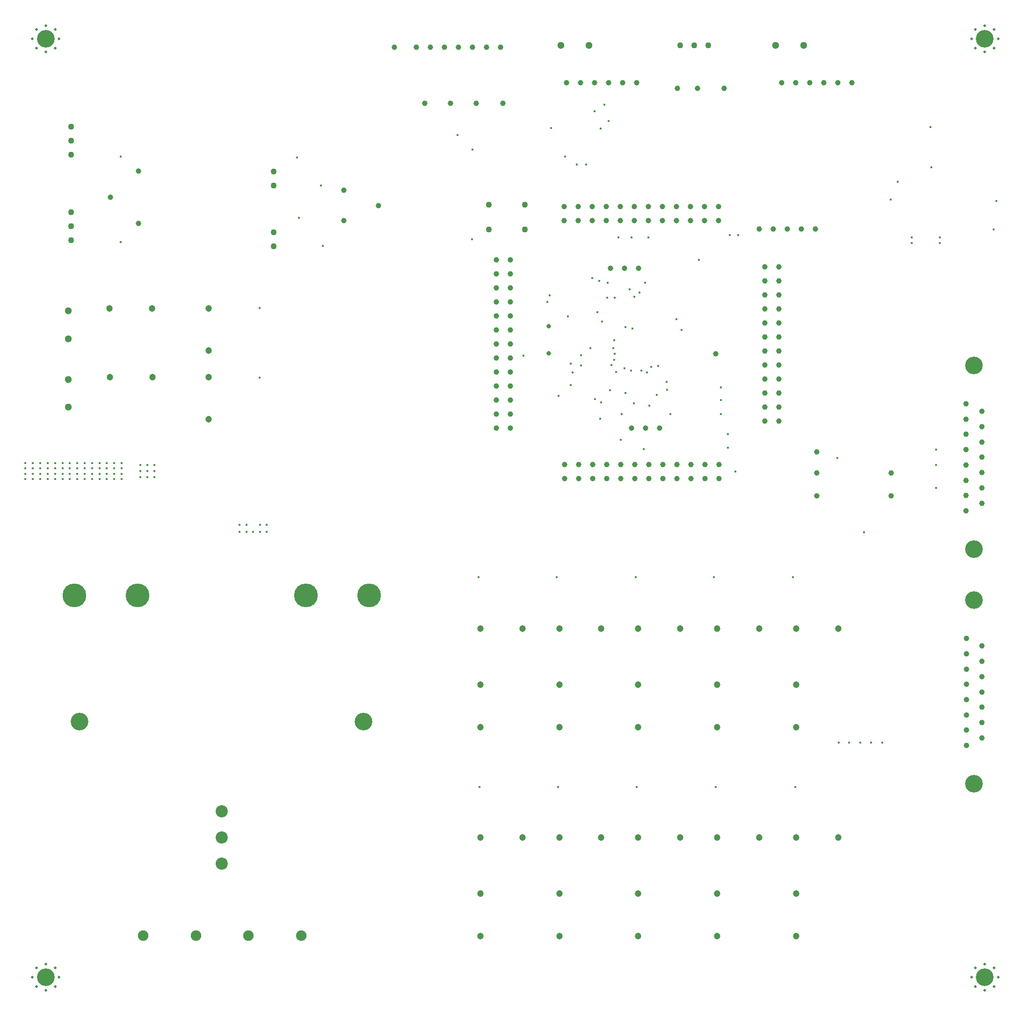
<source format=gbr>
%TF.GenerationSoftware,KiCad,Pcbnew,8.0.7*%
%TF.CreationDate,2025-04-19T18:33:49+07:00*%
%TF.ProjectId,Tractor VCU,54726163-746f-4722-9056-43552e6b6963,rev?*%
%TF.SameCoordinates,Original*%
%TF.FileFunction,Plated,1,4,PTH,Drill*%
%TF.FilePolarity,Positive*%
%FSLAX46Y46*%
G04 Gerber Fmt 4.6, Leading zero omitted, Abs format (unit mm)*
G04 Created by KiCad (PCBNEW 8.0.7) date 2025-04-19 18:33:49*
%MOMM*%
%LPD*%
G01*
G04 APERTURE LIST*
%TA.AperFunction,ViaDrill*%
%ADD10C,0.400000*%
%TD*%
%TA.AperFunction,ComponentDrill*%
%ADD11C,0.500000*%
%TD*%
%TA.AperFunction,ComponentDrill*%
%ADD12C,0.800000*%
%TD*%
%TA.AperFunction,ComponentDrill*%
%ADD13C,1.000000*%
%TD*%
%TA.AperFunction,ComponentDrill*%
%ADD14C,1.090000*%
%TD*%
%TA.AperFunction,ComponentDrill*%
%ADD15C,1.100000*%
%TD*%
%TA.AperFunction,ComponentDrill*%
%ADD16C,1.200000*%
%TD*%
%TA.AperFunction,ComponentDrill*%
%ADD17C,1.300000*%
%TD*%
%TA.AperFunction,ComponentDrill*%
%ADD18C,1.900000*%
%TD*%
%TA.AperFunction,ComponentDrill*%
%ADD19C,2.200000*%
%TD*%
%TA.AperFunction,ComponentDrill*%
%ADD20C,3.200000*%
%TD*%
%TA.AperFunction,ComponentDrill*%
%ADD21C,4.300000*%
%TD*%
G04 APERTURE END LIST*
D10*
X108204000Y-140462000D03*
X108204000Y-141435666D03*
X108204000Y-142409332D03*
X108204000Y-143383000D03*
X109542384Y-140462000D03*
X109542384Y-141435666D03*
X109542384Y-142409332D03*
X109542384Y-143383000D03*
X110880768Y-140462000D03*
X110880768Y-141435666D03*
X110880768Y-142409332D03*
X110880768Y-143383000D03*
X112219152Y-140462000D03*
X112219152Y-141435666D03*
X112219152Y-142409332D03*
X112219152Y-143383000D03*
X113557536Y-140462000D03*
X113557536Y-141435666D03*
X113557536Y-142409332D03*
X113557536Y-143383000D03*
X114895920Y-140462000D03*
X114895920Y-141435666D03*
X114895920Y-142409332D03*
X114895920Y-143383000D03*
X116234304Y-140462000D03*
X116234304Y-141435666D03*
X116234304Y-142409332D03*
X116234304Y-143383000D03*
X117572688Y-140462000D03*
X117572688Y-141435666D03*
X117572688Y-142409332D03*
X117572688Y-143383000D03*
X118911072Y-140462000D03*
X118911072Y-141435666D03*
X118911072Y-142409332D03*
X118911072Y-143383000D03*
X120249456Y-140462000D03*
X120249456Y-141435666D03*
X120249456Y-142409332D03*
X120249456Y-143383000D03*
X121587840Y-140462000D03*
X121587840Y-141435666D03*
X121587840Y-142409332D03*
X121587840Y-143383000D03*
X122926224Y-140462000D03*
X122926224Y-141435666D03*
X122926224Y-142409332D03*
X122926224Y-143383000D03*
X124264608Y-140462000D03*
X124264608Y-141435666D03*
X124264608Y-142409332D03*
X124264608Y-143383000D03*
X125476000Y-84939500D03*
X125476000Y-100456999D03*
X125603000Y-140462000D03*
X125603000Y-141435666D03*
X125603000Y-142409332D03*
X125603000Y-143383000D03*
X129032000Y-140843000D03*
X129032000Y-141922500D03*
X129032000Y-143002000D03*
X130302000Y-140843000D03*
X130302000Y-141922500D03*
X130302000Y-143002000D03*
X131572000Y-140843000D03*
X131572000Y-141922500D03*
X131572000Y-143002000D03*
X146939000Y-151638000D03*
X146939000Y-152908000D03*
X148177250Y-152908000D03*
X148209000Y-151638000D03*
X149415500Y-152908000D03*
X150622000Y-112395000D03*
X150622000Y-124968000D03*
X150653750Y-151638000D03*
X150653750Y-152908000D03*
X151892000Y-151638000D03*
X151892000Y-152908000D03*
X157353000Y-85090000D03*
X157734000Y-96012000D03*
X161671000Y-90170000D03*
X162052000Y-101092000D03*
X186436000Y-81026000D03*
X189051000Y-99949000D03*
X189103000Y-83693000D03*
X190246000Y-161163000D03*
X190373000Y-199136000D03*
X198323200Y-121005600D03*
X202692000Y-111252000D03*
X203073000Y-110109000D03*
X203327000Y-79756000D03*
X204343000Y-161163000D03*
X204597000Y-199136000D03*
X204724000Y-128270000D03*
X205867000Y-84963000D03*
X206375000Y-113919000D03*
X206883000Y-122428000D03*
X206883000Y-126350000D03*
X207264000Y-124079000D03*
X207975200Y-86360000D03*
X208788000Y-120904000D03*
X208788000Y-122809000D03*
X209702400Y-86360000D03*
X210439000Y-119634000D03*
X210820000Y-106934000D03*
X211200999Y-76708000D03*
X211328000Y-128905000D03*
X211709000Y-113157000D03*
X212090000Y-107442000D03*
X212217000Y-132461000D03*
X212344000Y-79883000D03*
X212394800Y-129489200D03*
X212598000Y-114808000D03*
X212979000Y-75565000D03*
X213487000Y-110490000D03*
X213614000Y-107823000D03*
X213741000Y-78486000D03*
X213995000Y-127254000D03*
X214249000Y-122682000D03*
X214630000Y-119634000D03*
X214757000Y-118237000D03*
X214757000Y-121793000D03*
X214884000Y-110490000D03*
X214884000Y-120650000D03*
X215138000Y-123952000D03*
X215519000Y-99568000D03*
X215940000Y-136271000D03*
X216154000Y-131572000D03*
X216662000Y-123317000D03*
X216789000Y-115824000D03*
X216789000Y-127762000D03*
X217551000Y-108966000D03*
X217805000Y-123698000D03*
X217932000Y-99568000D03*
X218059000Y-116078000D03*
X218313000Y-129667000D03*
X218440000Y-110363000D03*
X218694000Y-161163000D03*
X218821000Y-199136000D03*
X219344000Y-109601000D03*
X219710000Y-123698000D03*
X220091000Y-137922000D03*
X220345000Y-107823000D03*
X220726000Y-124079000D03*
X220980000Y-99568000D03*
X221119700Y-130060700D03*
X221488000Y-123063000D03*
X222504000Y-128143000D03*
X222755218Y-122855986D03*
X224282000Y-125730000D03*
X224313980Y-127141312D03*
X224917000Y-131572000D03*
X226060000Y-114427000D03*
X226949000Y-116332000D03*
X230124000Y-103632000D03*
X232791000Y-161163000D03*
X233172000Y-199136000D03*
X234061000Y-126746000D03*
X234061000Y-129032000D03*
X234061000Y-131572000D03*
X235331000Y-135255000D03*
X235331000Y-137668000D03*
X235712000Y-99187000D03*
X236728000Y-141986000D03*
X237236000Y-99187000D03*
X247142000Y-161163000D03*
X247523000Y-199136000D03*
X255143000Y-139573000D03*
X255397000Y-191135000D03*
X257302000Y-191135000D03*
X259334000Y-191135000D03*
X259969000Y-153035000D03*
X261239000Y-191135000D03*
X263271000Y-191135000D03*
X264795000Y-92710000D03*
X266065000Y-89535000D03*
X268605000Y-99568000D03*
X268605000Y-100584000D03*
X272034000Y-79629000D03*
X272161000Y-86868000D03*
X273050000Y-138018000D03*
X273050000Y-140788000D03*
X273050000Y-144943000D03*
X273685000Y-99568000D03*
X273685000Y-100584000D03*
X283464000Y-98171000D03*
X283972000Y-92964000D03*
D11*
%TO.C,H5*%
X109450000Y-63590000D03*
%TO.C,H6*%
X109450000Y-233590000D03*
%TO.C,H5*%
X110152944Y-61892944D03*
X110152944Y-65287056D03*
%TO.C,H6*%
X110152944Y-231892944D03*
X110152944Y-235287056D03*
%TO.C,H5*%
X111850000Y-61190000D03*
X111850000Y-65990000D03*
%TO.C,H6*%
X111850000Y-231190000D03*
X111850000Y-235990000D03*
%TO.C,H5*%
X113547056Y-61892944D03*
X113547056Y-65287056D03*
%TO.C,H6*%
X113547056Y-231892944D03*
X113547056Y-235287056D03*
%TO.C,H5*%
X114250000Y-63590000D03*
%TO.C,H6*%
X114250000Y-233590000D03*
%TO.C,H4*%
X279450000Y-63590000D03*
%TO.C,H3*%
X279450000Y-233590000D03*
%TO.C,H4*%
X280152944Y-61892944D03*
X280152944Y-65287056D03*
%TO.C,H3*%
X280152944Y-231892944D03*
X280152944Y-235287056D03*
%TO.C,H4*%
X281850000Y-61190000D03*
X281850000Y-65990000D03*
%TO.C,H3*%
X281850000Y-231190000D03*
X281850000Y-235990000D03*
%TO.C,H4*%
X283547056Y-61892944D03*
X283547056Y-65287056D03*
%TO.C,H3*%
X283547056Y-231892944D03*
X283547056Y-235287056D03*
%TO.C,H4*%
X284250000Y-63590000D03*
%TO.C,H3*%
X284250000Y-233590000D03*
D12*
%TO.C,Y1*%
X202946000Y-115680000D03*
X202946000Y-120560000D03*
D13*
%TO.C,TP19*%
X123571000Y-92329000D03*
%TO.C,TP15*%
X128631599Y-87573006D03*
%TO.C,TP16*%
X128631599Y-97051499D03*
%TO.C,TP17*%
X165850000Y-91010003D03*
%TO.C,TP18*%
X165850000Y-96520001D03*
%TO.C,TP22*%
X172106041Y-93787210D03*
%TO.C,TP20*%
X175006000Y-65126000D03*
%TO.C,J17*%
X178923000Y-65151000D03*
%TO.C,TP8*%
X180467000Y-75242000D03*
%TO.C,J17*%
X181463000Y-65151000D03*
X184003000Y-65151000D03*
%TO.C,TP7*%
X185166000Y-75242000D03*
%TO.C,J17*%
X186543000Y-65151000D03*
X189083000Y-65151000D03*
%TO.C,TP6*%
X189763628Y-75242000D03*
%TO.C,J17*%
X191623000Y-65151000D03*
%TO.C,J3*%
X193421000Y-103647000D03*
X193421000Y-106187000D03*
X193421000Y-108727000D03*
X193421000Y-111267000D03*
X193421000Y-113807000D03*
X193421000Y-116347000D03*
X193421000Y-118887000D03*
X193421000Y-121427000D03*
X193421000Y-123967000D03*
X193421000Y-126507000D03*
X193421000Y-129047000D03*
X193421000Y-131587000D03*
X193421000Y-134127000D03*
%TO.C,J17*%
X194163000Y-65151000D03*
%TO.C,TP5*%
X194602442Y-75242000D03*
%TO.C,J3*%
X195961000Y-103647000D03*
X195961000Y-106187000D03*
X195961000Y-108727000D03*
X195961000Y-111267000D03*
X195961000Y-113807000D03*
X195961000Y-116347000D03*
X195961000Y-118887000D03*
X195961000Y-121427000D03*
X195961000Y-123967000D03*
X195961000Y-126507000D03*
X195961000Y-129047000D03*
X195961000Y-131587000D03*
X195961000Y-134127000D03*
%TO.C,J6*%
X205740000Y-93980000D03*
X205740000Y-96520000D03*
%TO.C,J4*%
X205780000Y-140716000D03*
X205780000Y-143256000D03*
%TO.C,J13*%
X206121000Y-71553500D03*
%TO.C,J6*%
X208280000Y-93980000D03*
X208280000Y-96520000D03*
%TO.C,J4*%
X208320000Y-140716000D03*
X208320000Y-143256000D03*
%TO.C,J13*%
X208661000Y-71553500D03*
%TO.C,J6*%
X210820000Y-93980000D03*
X210820000Y-96520000D03*
%TO.C,J4*%
X210860000Y-140716000D03*
X210860000Y-143256000D03*
%TO.C,J13*%
X211201000Y-71553500D03*
%TO.C,J6*%
X213360000Y-93980000D03*
X213360000Y-96520000D03*
%TO.C,J4*%
X213400000Y-140716000D03*
X213400000Y-143256000D03*
%TO.C,J13*%
X213741000Y-71553500D03*
%TO.C,JP1*%
X214122000Y-105156000D03*
%TO.C,J6*%
X215900000Y-93980000D03*
X215900000Y-96520000D03*
%TO.C,J4*%
X215940000Y-140716000D03*
X215940000Y-143256000D03*
%TO.C,J13*%
X216281000Y-71553500D03*
%TO.C,JP1*%
X216662000Y-105156000D03*
%TO.C,JP2*%
X217909500Y-134112000D03*
%TO.C,J6*%
X218440000Y-93980000D03*
X218440000Y-96520000D03*
%TO.C,J4*%
X218480000Y-140716000D03*
X218480000Y-143256000D03*
%TO.C,J13*%
X218821000Y-71553500D03*
%TO.C,JP1*%
X219202000Y-105156000D03*
%TO.C,JP2*%
X220449500Y-134112000D03*
%TO.C,J6*%
X220980000Y-93980000D03*
X220980000Y-96520000D03*
%TO.C,J4*%
X221020000Y-140716000D03*
X221020000Y-143256000D03*
%TO.C,JP2*%
X222989500Y-134112000D03*
%TO.C,J6*%
X223520000Y-93980000D03*
X223520000Y-96520000D03*
%TO.C,J4*%
X223560000Y-140716000D03*
X223560000Y-143256000D03*
%TO.C,J6*%
X226060000Y-93980000D03*
X226060000Y-96520000D03*
%TO.C,J4*%
X226100000Y-140716000D03*
X226100000Y-143256000D03*
%TO.C,TP10*%
X226187000Y-72547000D03*
%TO.C,J6*%
X228600000Y-93980000D03*
X228600000Y-96520000D03*
%TO.C,J4*%
X228640000Y-140716000D03*
X228640000Y-143256000D03*
%TO.C,TP9*%
X229870000Y-72547000D03*
%TO.C,J6*%
X231140000Y-93980000D03*
X231140000Y-96520000D03*
%TO.C,J4*%
X231180000Y-140716000D03*
X231180000Y-143256000D03*
%TO.C,TP4*%
X233172000Y-120650000D03*
%TO.C,J6*%
X233680000Y-93980000D03*
X233680000Y-96520000D03*
%TO.C,J4*%
X233720000Y-140716000D03*
X233720000Y-143256000D03*
%TO.C,TP21*%
X234696000Y-72547000D03*
%TO.C,J2*%
X241045999Y-98044000D03*
%TO.C,J5*%
X242042000Y-104882000D03*
X242042000Y-107422000D03*
X242042000Y-109962000D03*
X242042000Y-112502000D03*
X242042000Y-115042000D03*
X242042000Y-117582000D03*
X242042000Y-120122000D03*
X242042000Y-122662000D03*
X242042000Y-125202000D03*
X242042000Y-127742000D03*
X242042000Y-130282000D03*
X242042000Y-132822000D03*
%TO.C,J2*%
X243585999Y-98044000D03*
%TO.C,J5*%
X244582000Y-104882000D03*
X244582000Y-107422000D03*
X244582000Y-109962000D03*
X244582000Y-112502000D03*
X244582000Y-115042000D03*
X244582000Y-117582000D03*
X244582000Y-120122000D03*
X244582000Y-122662000D03*
X244582000Y-125202000D03*
X244582000Y-127742000D03*
X244582000Y-130282000D03*
X244582000Y-132822000D03*
%TO.C,J14*%
X245105000Y-71553500D03*
%TO.C,J2*%
X246125999Y-98044000D03*
%TO.C,J14*%
X247645000Y-71553500D03*
%TO.C,J2*%
X248665999Y-98044000D03*
%TO.C,J14*%
X250185000Y-71553500D03*
%TO.C,J2*%
X251205999Y-98044000D03*
%TO.C,TP23*%
X251460000Y-138430000D03*
%TO.C,TP11*%
X251460000Y-142279000D03*
%TO.C,TP12*%
X251460000Y-146431000D03*
%TO.C,J14*%
X252725000Y-71553500D03*
X255265000Y-71553500D03*
X257805000Y-71553500D03*
%TO.C,TP13*%
X264922000Y-142279000D03*
%TO.C,TP14*%
X264922000Y-146431000D03*
%TO.C,J9*%
X278465000Y-129708000D03*
X278465000Y-132478000D03*
X278465000Y-135248000D03*
X278465000Y-138018000D03*
X278465000Y-140788000D03*
X278465000Y-143558000D03*
X278465000Y-146328000D03*
X278465000Y-149098000D03*
%TO.C,J10*%
X278480331Y-172222000D03*
X278480331Y-174992000D03*
X278480331Y-177762000D03*
X278480331Y-180532000D03*
X278480331Y-183302000D03*
X278480331Y-186072000D03*
X278480331Y-188842000D03*
X278480331Y-191612000D03*
%TO.C,J9*%
X281305000Y-131093000D03*
X281305000Y-133863000D03*
X281305000Y-136633000D03*
X281305000Y-139403000D03*
X281305000Y-142173000D03*
X281305000Y-144943000D03*
X281305000Y-147713000D03*
%TO.C,J10*%
X281320331Y-173607000D03*
X281320331Y-176377000D03*
X281320331Y-179147000D03*
X281320331Y-181917000D03*
X281320331Y-184687000D03*
X281320331Y-187457000D03*
X281320331Y-190227000D03*
D14*
%TO.C,J19*%
X116459000Y-79478498D03*
X116459000Y-82018498D03*
X116459000Y-84558498D03*
%TO.C,J20*%
X116459000Y-94996000D03*
X116459000Y-97536000D03*
X116459000Y-100076000D03*
%TO.C,J11*%
X153150000Y-87630000D03*
X153150000Y-90170000D03*
%TO.C,J12*%
X153150000Y-98630002D03*
X153150000Y-101170002D03*
%TO.C,J18*%
X226695000Y-64770000D03*
X229235000Y-64770000D03*
X231775000Y-64770000D03*
D15*
%TO.C,SW1*%
X192076000Y-93635000D03*
X192076000Y-98135000D03*
X198576000Y-93635000D03*
X198576000Y-98135000D03*
D16*
%TO.C,K11*%
X123438000Y-112430000D03*
%TO.C,K12*%
X123459000Y-124876000D03*
%TO.C,K11*%
X131138000Y-112430000D03*
%TO.C,K12*%
X131159000Y-124876000D03*
%TO.C,K11*%
X141338000Y-112430000D03*
X141338000Y-120030000D03*
%TO.C,K12*%
X141359000Y-124876000D03*
X141359000Y-132476000D03*
%TO.C,K1*%
X190535000Y-170426000D03*
X190535000Y-180626000D03*
X190535000Y-188326000D03*
%TO.C,K6*%
X190535000Y-208272000D03*
X190535000Y-218472000D03*
X190535000Y-226172000D03*
%TO.C,K1*%
X198135000Y-170426000D03*
%TO.C,K6*%
X198135000Y-208272000D03*
%TO.C,K2*%
X204822500Y-170426000D03*
X204822500Y-180626000D03*
X204822500Y-188326000D03*
%TO.C,K7*%
X204822500Y-208272000D03*
X204822500Y-218472000D03*
X204822500Y-226172000D03*
%TO.C,K2*%
X212422500Y-170426000D03*
%TO.C,K7*%
X212422500Y-208272000D03*
%TO.C,K3*%
X219110000Y-170426000D03*
X219110000Y-180626000D03*
X219110000Y-188326000D03*
%TO.C,K8*%
X219110000Y-208272000D03*
X219110000Y-218472000D03*
X219110000Y-226172000D03*
%TO.C,K3*%
X226710000Y-170426000D03*
%TO.C,K8*%
X226710000Y-208272000D03*
%TO.C,K4*%
X233397500Y-170426000D03*
X233397500Y-180626000D03*
X233397500Y-188326000D03*
%TO.C,K9*%
X233397500Y-208272000D03*
X233397500Y-218472000D03*
X233397500Y-226172000D03*
%TO.C,K4*%
X240997500Y-170426000D03*
%TO.C,K9*%
X240997500Y-208272000D03*
%TO.C,K5*%
X247685000Y-170426000D03*
X247685000Y-180626000D03*
X247685000Y-188326000D03*
%TO.C,K10*%
X247685000Y-208271574D03*
X247685000Y-218471574D03*
X247685000Y-226171574D03*
%TO.C,K5*%
X255285000Y-170426000D03*
%TO.C,K10*%
X255285000Y-208271574D03*
D17*
%TO.C,J7*%
X115951000Y-112903000D03*
X115951000Y-117903000D03*
%TO.C,J8*%
X115951000Y-125266500D03*
X115951000Y-130266500D03*
%TO.C,J15*%
X205145000Y-64766000D03*
X210145000Y-64766000D03*
%TO.C,J16*%
X244007000Y-64766000D03*
X249007000Y-64766000D03*
D18*
%TO.C,J21*%
X129512000Y-226060000D03*
X139042000Y-226060000D03*
X148582000Y-226060000D03*
X158112000Y-226060000D03*
D19*
%TO.C,SW2*%
X143764000Y-203580000D03*
X143764000Y-208280000D03*
X143764000Y-212980000D03*
D20*
%TO.C,H5*%
X111850000Y-63590000D03*
%TO.C,H6*%
X111850000Y-233590000D03*
%TO.C,H1*%
X118017999Y-187325000D03*
%TO.C,H2*%
X169418000Y-187325000D03*
%TO.C,J9*%
X279885000Y-122753000D03*
X279885000Y-156053000D03*
%TO.C,J10*%
X279900331Y-165267000D03*
X279900331Y-198567000D03*
%TO.C,H4*%
X281850000Y-63590000D03*
%TO.C,H3*%
X281850000Y-233590000D03*
D21*
%TO.C,MP4*%
X117048000Y-164465000D03*
%TO.C,MP3*%
X128478000Y-164465000D03*
%TO.C,MP2*%
X158958000Y-164465000D03*
%TO.C,MP1*%
X170388000Y-164464998D03*
M02*

</source>
